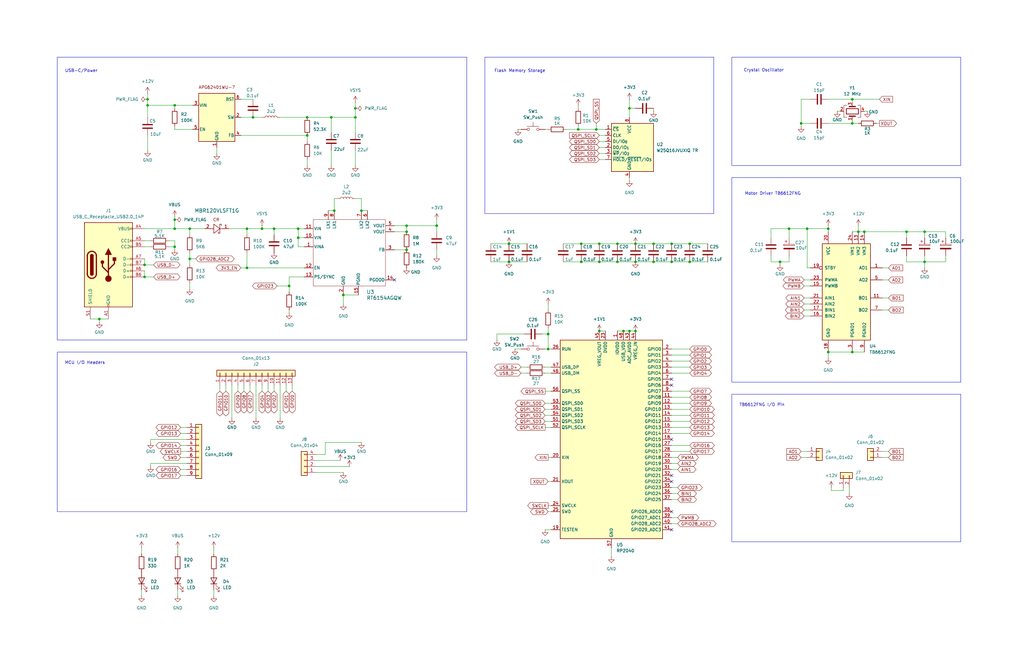
<source format=kicad_sch>
(kicad_sch (version 20250114) (generator "eeschema") (generator_version "9.0")
  (paper "User" 431.8 279.4)
  (title_block (title "Rukus Remote-Controlled Module"))
  (rectangle (start 308.61 24.13) (end 405.13 69.85))
  (rectangle (start 24.13 24.13) (end 196.85 143.51))
  (rectangle (start 24.13 148.59) (end 196.85 215.9))
  (rectangle (start 308.61 74.93) (end 405.13 161.29))
  (rectangle (start 308.61 166.37) (end 405.13 228.6))
  (rectangle (start 204.47 24.13) (end 300.99 90.17))
  (text "USB-C/Power\n" (at 34.29 29.972 0) (effects (font (size 1.27 1.27))))
  (text "Flash Memory Storage\n" (at 219.202 29.972 0) (effects (font (size 1.27 1.27))))
  (text "Motor Driver TB6612FNG" (at 325.882 81.788 0) (effects (font (size 1.27 1.27))))
  (text "Crystal Oscillator" (at 322.072 29.718 0) (effects (font (size 1.27 1.27))))
  (text "TB6612FNG I/O Pin" (at 321.31 170.942 0) (effects (font (size 1.27 1.27))))
  (text "MCU I/O Headers\n" (at 35.814 153.162 0) (effects (font (size 1.27 1.27))))
  (junction (at 129.54 49.53))
  (junction (at 243.84 54.61))
  (junction (at 73.66 96.52))
  (junction (at 275.59 102.87))
  (junction (at 104.14 96.52))
  (junction (at 252.73 139.7))
  (junction (at 41.91 134.62))
  (junction (at 184.15 95.25))
  (junction (at 171.45 105.41))
  (junction (at 106.68 49.53))
  (junction (at 214.63 102.87))
  (junction (at 245.11 102.87))
  (junction (at 245.11 110.49))
  (junction (at 125.73 96.52))
  (junction (at 337.82 52.07))
  (junction (at 290.83 102.87))
  (junction (at 349.25 148.59))
  (junction (at 361.95 97.79))
  (junction (at 389.89 110.49))
  (junction (at 328.93 110.49))
  (junction (at 231.14 147.32))
  (junction (at 80.01 109.22))
  (junction (at 389.89 97.79))
  (junction (at 290.83 110.49))
  (junction (at 73.66 92.71))
  (junction (at 359.41 52.07))
  (junction (at 60.96 116.84))
  (junction (at 73.66 104.14))
  (junction (at 171.45 95.25))
  (junction (at 267.97 110.49))
  (junction (at 359.41 41.91))
  (junction (at 171.45 97.79))
  (junction (at 267.97 139.7))
  (junction (at 262.89 139.7))
  (junction (at 252.73 110.49))
  (junction (at 110.49 96.52))
  (junction (at 152.4 88.9))
  (junction (at 260.35 110.49))
  (junction (at 144.78 124.46))
  (junction (at 275.59 110.49))
  (junction (at 265.43 45.72))
  (junction (at 364.49 97.79))
  (junction (at 283.21 102.87))
  (junction (at 139.7 49.53))
  (junction (at 73.66 44.45))
  (junction (at 125.73 100.33))
  (junction (at 80.01 96.52))
  (junction (at 140.97 88.9))
  (junction (at 359.41 148.59))
  (junction (at 382.27 97.79))
  (junction (at 340.36 96.52))
  (junction (at 332.74 96.52))
  (junction (at 231.14 140.97))
  (junction (at 267.97 102.87))
  (junction (at 252.73 102.87))
  (junction (at 60.96 111.76))
  (junction (at 62.23 41.91))
  (junction (at 251.46 54.61))
  (junction (at 129.54 57.15))
  (junction (at 62.23 44.45))
  (junction (at 260.35 102.87))
  (junction (at 121.92 120.65))
  (junction (at 149.86 49.53))
  (junction (at 149.86 45.72))
  (junction (at 214.63 110.49))
  (junction (at 265.43 139.7))
  (junction (at 115.57 96.52))
  (junction (at 104.14 113.03))
  (junction (at 349.25 96.52))
  (junction (at 283.21 110.49))
  (no_connect (at 283.21 200.66))
  (no_connect (at 283.21 185.42))
  (no_connect (at 283.21 223.52))
  (no_connect (at 166.37 118.11))
  (no_connect (at 283.21 160.02))
  (no_connect (at 283.21 203.2))
  (no_connect (at 283.21 162.56))
  (no_connect (at 283.21 215.9))
  (wire (pts (xy 332.74 96.52) (xy 332.74 100.33)))
  (wire (pts (xy 341.63 120.65) (xy 339.09 120.65)))
  (wire (pts (xy 231.14 147.32) (xy 232.41 147.32)))
  (wire (pts (xy 74.93 231.14) (xy 74.93 233.68)))
  (wire (pts (xy 90.17 231.14) (xy 90.17 233.68)))
  (wire (pts (xy 71.12 104.14) (xy 73.66 104.14)))
  (wire (pts (xy 283.21 180.34) (xy 290.83 180.34)))
  (wire (pts (xy 118.11 176.53) (xy 118.11 162.56)))
  (wire (pts (xy 229.87 157.48) (xy 232.41 157.48)))
  (wire (pts (xy 260.35 102.87) (xy 267.97 102.87)))
  (wire (pts (xy 350.52 207.01) (xy 355.6 207.01)))
  (wire (pts (xy 349.25 95.25) (xy 349.25 96.52)))
  (wire (pts (xy 184.15 95.25) (xy 171.45 95.25)))
  (wire (pts (xy 231.14 193.04) (xy 232.41 193.04)))
  (wire (pts (xy 144.78 199.39) (xy 133.35 199.39)))
  (wire (pts (xy 219.71 154.94) (xy 222.25 154.94)))
  (wire (pts (xy 285.75 193.04) (xy 283.21 193.04)))
  (wire (pts (xy 283.21 110.49) (xy 290.83 110.49)))
  (wire (pts (xy 369.57 52.07) (xy 370.84 52.07)))
  (wire (pts (xy 285.75 208.28) (xy 283.21 208.28)))
  (wire (pts (xy 285.75 220.98) (xy 283.21 220.98)))
  (wire (pts (xy 60.96 96.52) (xy 73.66 96.52)))
  (wire (pts (xy 60.96 104.14) (xy 63.5 104.14)))
  (wire (pts (xy 349.25 41.91) (xy 359.41 41.91)))
  (wire (pts (xy 104.14 96.52) (xy 110.49 96.52)))
  (wire (pts (xy 60.96 109.22) (xy 60.96 111.76)))
  (wire (pts (xy 290.83 157.48) (xy 283.21 157.48)))
  (wire (pts (xy 257.81 231.14) (xy 257.81 234.95)))
  (wire (pts (xy 231.14 213.36) (xy 232.41 213.36)))
  (wire (pts (xy 265.43 41.91) (xy 265.43 45.72)))
  (wire (pts (xy 283.21 190.5) (xy 290.83 190.5)))
  (wire (pts (xy 73.66 104.14) (xy 73.66 105.41)))
  (wire (pts (xy 80.01 96.52) (xy 80.01 99.06)))
  (wire (pts (xy 332.74 110.49) (xy 328.93 110.49)))
  (wire (pts (xy 355.6 207.01) (xy 355.6 205.74)))
  (wire (pts (xy 252.73 110.49) (xy 260.35 110.49)))
  (wire (pts (xy 171.45 95.25) (xy 171.45 97.79)))
  (wire (pts (xy 374.65 113.03) (xy 372.11 113.03)))
  (wire (pts (xy 262.89 139.7) (xy 265.43 139.7)))
  (wire (pts (xy 267.97 102.87) (xy 275.59 102.87)))
  (wire (pts (xy 118.11 49.53) (xy 129.54 49.53)))
  (wire (pts (xy 283.21 177.8) (xy 290.83 177.8)))
  (wire (pts (xy 62.23 39.37) (xy 62.23 41.91)))
  (wire (pts (xy 332.74 96.52) (xy 340.36 96.52)))
  (wire (pts (xy 237.49 102.87) (xy 245.11 102.87)))
  (wire (pts (xy 104.14 99.06) (xy 104.14 96.52)))
  (wire (pts (xy 125.73 104.14) (xy 125.73 100.33)))
  (wire (pts (xy 41.91 134.62) (xy 45.72 134.62)))
  (wire (pts (xy 60.96 101.6) (xy 63.5 101.6)))
  (wire (pts (xy 104.14 106.68) (xy 104.14 113.03)))
  (wire (pts (xy 138.43 88.9) (xy 140.97 88.9)))
  (wire (pts (xy 267.97 110.49) (xy 275.59 110.49)))
  (wire (pts (xy 275.59 110.49) (xy 283.21 110.49)))
  (wire (pts (xy 219.71 157.48) (xy 222.25 157.48)))
  (wire (pts (xy 110.49 165.1) (xy 110.49 162.56)))
  (wire (pts (xy 74.93 251.46) (xy 74.93 248.92)))
  (wire (pts (xy 96.52 96.52) (xy 104.14 96.52)))
  (wire (pts (xy 374.65 130.81) (xy 372.11 130.81)))
  (wire (pts (xy 76.2 187.96) (xy 78.74 187.96)))
  (wire (pts (xy 325.12 107.95) (xy 325.12 110.49)))
  (wire (pts (xy 382.27 97.79) (xy 389.89 97.79)))
  (wire (pts (xy 337.82 52.07) (xy 337.82 53.34)))
  (wire (pts (xy 349.25 96.52) (xy 349.25 97.79)))
  (wire (pts (xy 73.66 44.45) (xy 81.28 44.45)))
  (wire (pts (xy 229.87 172.72) (xy 232.41 172.72)))
  (wire (pts (xy 76.2 193.04) (xy 78.74 193.04)))
  (wire (pts (xy 359.41 41.91) (xy 370.84 41.91)))
  (wire (pts (xy 107.95 176.53) (xy 107.95 162.56)))
  (wire (pts (xy 350.52 205.74) (xy 350.52 207.01)))
  (wire (pts (xy 214.63 110.49) (xy 222.25 110.49)))
  (wire (pts (xy 100.33 165.1) (xy 100.33 162.56)))
  (wire (pts (xy 62.23 49.53) (xy 62.23 44.45)))
  (wire (pts (xy 283.21 170.18) (xy 290.83 170.18)))
  (wire (pts (xy 290.83 110.49) (xy 298.45 110.49)))
  (wire (pts (xy 128.27 100.33) (xy 125.73 100.33)))
  (wire (pts (xy 144.78 128.27) (xy 144.78 124.46)))
  (wire (pts (xy 353.06 46.99) (xy 354.33 46.99)))
  (wire (pts (xy 121.92 116.84) (xy 121.92 120.65)))
  (wire (pts (xy 80.01 96.52) (xy 86.36 96.52)))
  (wire (pts (xy 337.82 41.91) (xy 337.82 52.07)))
  (wire (pts (xy 361.95 97.79) (xy 364.49 97.79)))
  (wire (pts (xy 139.7 55.88) (xy 139.7 49.53)))
  (wire (pts (xy 166.37 105.41) (xy 171.45 105.41)))
  (wire (pts (xy 60.96 111.76) (xy 64.77 111.76)))
  (wire (pts (xy 382.27 100.33) (xy 382.27 97.79)))
  (wire (pts (xy 231.14 215.9) (xy 232.41 215.9)))
  (wire (pts (xy 149.86 43.18) (xy 149.86 45.72)))
  (wire (pts (xy 364.49 46.99) (xy 365.76 46.99)))
  (wire (pts (xy 76.2 198.12) (xy 78.74 198.12)))
  (wire (pts (xy 252.73 57.15) (xy 255.27 57.15)))
  (wire (pts (xy 359.41 97.79) (xy 361.95 97.79)))
  (wire (pts (xy 115.57 165.1) (xy 115.57 162.56)))
  (wire (pts (xy 332.74 107.95) (xy 332.74 110.49)))
  (wire (pts (xy 389.89 100.33) (xy 389.89 97.79)))
  (wire (pts (xy 285.75 210.82) (xy 283.21 210.82)))
  (wire (pts (xy 389.89 113.03) (xy 389.89 110.49)))
  (wire (pts (xy 374.65 190.5) (xy 372.11 190.5)))
  (wire (pts (xy 231.14 140.97) (xy 231.14 147.32)))
  (wire (pts (xy 116.84 120.65) (xy 121.92 120.65)))
  (wire (pts (xy 101.6 57.15) (xy 129.54 57.15)))
  (wire (pts (xy 149.86 83.82) (xy 152.4 83.82)))
  (wire (pts (xy 337.82 193.04) (xy 340.36 193.04)))
  (wire (pts (xy 328.93 110.49) (xy 325.12 110.49)))
  (wire (pts (xy 265.43 139.7) (xy 267.97 139.7)))
  (wire (pts (xy 243.84 44.45) (xy 243.84 45.72)))
  (wire (pts (xy 80.01 109.22) (xy 82.55 109.22)))
  (wire (pts (xy 359.41 52.07) (xy 359.41 50.8)))
  (wire (pts (xy 129.54 59.69) (xy 129.54 57.15)))
  (wire (pts (xy 231.14 130.81) (xy 231.14 128.27)))
  (wire (pts (xy 260.35 110.49) (xy 267.97 110.49)))
  (wire (pts (xy 121.92 120.65) (xy 121.92 123.19)))
  (wire (pts (xy 359.41 52.07) (xy 361.95 52.07)))
  (wire (pts (xy 398.78 110.49) (xy 389.89 110.49)))
  (wire (pts (xy 184.15 107.95) (xy 184.15 105.41)))
  (wire (pts (xy 209.55 140.97) (xy 220.98 140.97)))
  (wire (pts (xy 149.86 49.53) (xy 139.7 49.53)))
  (wire (pts (xy 60.96 114.3) (xy 60.96 116.84)))
  (wire (pts (xy 231.14 138.43) (xy 231.14 140.97)))
  (wire (pts (xy 106.68 49.53) (xy 101.6 49.53)))
  (wire (pts (xy 243.84 54.61) (xy 251.46 54.61)))
  (wire (pts (xy 149.86 55.88) (xy 149.86 49.53)))
  (wire (pts (xy 120.65 165.1) (xy 120.65 162.56)))
  (wire (pts (xy 73.66 92.71) (xy 73.66 96.52)))
  (wire (pts (xy 359.41 148.59) (xy 364.49 148.59)))
  (wire (pts (xy 106.68 49.53) (xy 110.49 49.53)))
  (wire (pts (xy 237.49 110.49) (xy 245.11 110.49)))
  (wire (pts (xy 128.27 116.84) (xy 121.92 116.84)))
  (wire (pts (xy 260.35 139.7) (xy 262.89 139.7)))
  (wire (pts (xy 62.23 41.91) (xy 62.23 44.45)))
  (wire (pts (xy 62.23 63.5) (xy 62.23 57.15)))
  (wire (pts (xy 73.66 53.34) (xy 73.66 54.61)))
  (wire (pts (xy 207.01 102.87) (xy 214.63 102.87)))
  (wire (pts (xy 265.43 74.93) (xy 265.43 76.2)))
  (wire (pts (xy 290.83 154.94) (xy 283.21 154.94)))
  (wire (pts (xy 389.89 110.49) (xy 382.27 110.49)))
  (wire (pts (xy 252.73 102.87) (xy 260.35 102.87)))
  (wire (pts (xy 275.59 46.99) (xy 275.59 45.72)))
  (wire (pts (xy 41.91 135.89) (xy 41.91 134.62)))
  (wire (pts (xy 149.86 63.5) (xy 149.86 69.85)))
  (wire (pts (xy 62.23 44.45) (xy 73.66 44.45)))
  (wire (pts (xy 128.27 104.14) (xy 125.73 104.14)))
  (wire (pts (xy 349.25 151.13) (xy 349.25 148.59)))
  (wire (pts (xy 229.87 165.1) (xy 232.41 165.1)))
  (wire (pts (xy 283.21 182.88) (xy 290.83 182.88)))
  (wire (pts (xy 110.49 96.52) (xy 115.57 96.52)))
  (wire (pts (xy 285.75 205.74) (xy 283.21 205.74)))
  (wire (pts (xy 59.69 231.14) (xy 59.69 233.68)))
  (wire (pts (xy 97.79 176.53) (xy 97.79 162.56)))
  (wire (pts (xy 229.87 147.32) (xy 231.14 147.32)))
  (wire (pts (xy 229.87 175.26) (xy 232.41 175.26)))
  (wire (pts (xy 252.73 59.69) (xy 255.27 59.69)))
  (wire (pts (xy 285.75 218.44) (xy 283.21 218.44)))
  (wire (pts (xy 166.37 95.25) (xy 171.45 95.25)))
  (wire (pts (xy 207.01 110.49) (xy 214.63 110.49)))
  (wire (pts (xy 283.21 165.1) (xy 290.83 165.1)))
  (wire (pts (xy 252.73 139.7) (xy 255.27 139.7)))
  (wire (pts (xy 38.1 134.62) (xy 41.91 134.62)))
  (wire (pts (xy 382.27 97.79) (xy 364.49 97.79)))
  (wire (pts (xy 389.89 110.49) (xy 389.89 107.95)))
  (wire (pts (xy 328.93 111.76) (xy 328.93 110.49)))
  (wire (pts (xy 73.66 96.52) (xy 80.01 96.52)))
  (wire (pts (xy 398.78 107.95) (xy 398.78 110.49)))
  (wire (pts (xy 209.55 140.97) (xy 209.55 143.51)))
  (wire (pts (xy 139.7 63.5) (xy 139.7 69.85)))
  (wire (pts (xy 229.87 154.94) (xy 232.41 154.94)))
  (wire (pts (xy 144.78 124.46) (xy 151.13 124.46)))
  (wire (pts (xy 290.83 152.4) (xy 283.21 152.4)))
  (wire (pts (xy 101.6 113.03) (xy 104.14 113.03)))
  (wire (pts (xy 283.21 172.72) (xy 290.83 172.72)))
  (wire (pts (xy 63.5 195.58) (xy 78.74 195.58)))
  (wire (pts (xy 340.36 113.03) (xy 341.63 113.03)))
  (wire (pts (xy 229.87 180.34) (xy 232.41 180.34)))
  (wire (pts (xy 73.66 91.44) (xy 73.66 92.71)))
  (wire (pts (xy 152.4 83.82) (xy 152.4 88.9)))
  (wire (pts (xy 80.01 106.68) (xy 80.01 109.22)))
  (wire (pts (xy 63.5 185.42) (xy 63.5 186.69)))
  (wire (pts (xy 283.21 102.87) (xy 290.83 102.87)))
  (wire (pts (xy 251.46 52.07) (xy 251.46 54.61)))
  (wire (pts (xy 374.65 118.11) (xy 372.11 118.11)))
  (wire (pts (xy 290.83 147.32) (xy 283.21 147.32)))
  (wire (pts (xy 59.69 251.46) (xy 59.69 248.92)))
  (wire (pts (xy 341.63 118.11) (xy 339.09 118.11)))
  (wire (pts (xy 76.2 182.88) (xy 78.74 182.88)))
  (wire (pts (xy 123.19 165.1) (xy 123.19 162.56)))
  (wire (pts (xy 337.82 190.5) (xy 340.36 190.5)))
  (wire (pts (xy 275.59 102.87) (xy 283.21 102.87)))
  (wire (pts (xy 76.2 190.5) (xy 78.74 190.5)))
  (wire (pts (xy 252.73 67.31) (xy 255.27 67.31)))
  (wire (pts (xy 71.12 101.6) (xy 73.66 101.6)))
  (wire (pts (xy 382.27 107.95) (xy 382.27 110.49)))
  (wire (pts (xy 63.5 195.58) (xy 63.5 196.85)))
  (wire (pts (xy 228.6 140.97) (xy 231.14 140.97)))
  (wire (pts (xy 358.14 208.28) (xy 358.14 205.74)))
  (wire (pts (xy 361.95 95.25) (xy 361.95 97.79)))
  (wire (pts (xy 140.97 83.82) (xy 140.97 88.9)))
  (wire (pts (xy 152.4 186.69) (xy 137.16 186.69)))
  (wire (pts (xy 283.21 167.64) (xy 290.83 167.64)))
  (wire (pts (xy 341.63 128.27) (xy 339.09 128.27)))
  (wire (pts (xy 340.36 113.03) (xy 340.36 96.52)))
  (wire (pts (xy 90.17 251.46) (xy 90.17 248.92)))
  (wire (pts (xy 73.66 101.6) (xy 73.66 104.14)))
  (wire (pts (xy 325.12 96.52) (xy 332.74 96.52)))
  (wire (pts (xy 184.15 92.71) (xy 184.15 95.25)))
  (wire (pts (xy 267.97 45.72) (xy 265.43 45.72)))
  (wire (pts (xy 341.63 133.35) (xy 339.09 133.35)))
  (wire (pts (xy 374.65 125.73) (xy 372.11 125.73)))
  (wire (pts (xy 252.73 64.77) (xy 255.27 64.77)))
  (wire (pts (xy 95.25 165.1) (xy 95.25 162.56)))
  (wire (pts (xy 110.49 95.25) (xy 110.49 96.52)))
  (wire (pts (xy 252.73 62.23) (xy 255.27 62.23)))
  (wire (pts (xy 349.25 52.07) (xy 359.41 52.07)))
  (wire (pts (xy 105.41 165.1) (xy 105.41 162.56)))
  (wire (pts (xy 63.5 185.42) (xy 78.74 185.42)))
  (wire (pts (xy 106.68 41.91) (xy 101.6 41.91)))
  (wire (pts (xy 129.54 69.85) (xy 129.54 67.31)))
  (wire (pts (xy 147.32 196.85) (xy 133.35 196.85)))
  (wire (pts (xy 143.51 194.31) (xy 133.35 194.31)))
  (wire (pts (xy 243.84 53.34) (xy 243.84 54.61)))
  (wire (pts (xy 231.14 203.2) (xy 232.41 203.2)))
  (wire (pts (xy 341.63 125.73) (xy 339.09 125.73)))
  (wire (pts (xy 229.87 177.8) (xy 232.41 177.8)))
  (wire (pts (xy 115.57 99.06) (xy 115.57 96.52)))
  (wire (pts (xy 115.57 96.52) (xy 125.73 96.52)))
  (wire (pts (xy 137.16 191.77) (xy 133.35 191.77)))
  (wire (pts (xy 152.4 88.9) (xy 154.94 88.9)))
  (wire (pts (xy 102.87 165.1) (xy 102.87 162.56)))
  (wire (pts (xy 325.12 100.33) (xy 325.12 96.52)))
  (wire (pts (xy 341.63 52.07) (xy 337.82 52.07)))
  (wire (pts (xy 229.87 170.18) (xy 232.41 170.18)))
  (wire (pts (xy 340.36 96.52) (xy 349.25 96.52)))
  (wire (pts (xy 60.96 116.84) (xy 64.77 116.84)))
  (wire (pts (xy 245.11 110.49) (xy 252.73 110.49)))
  (wire (pts (xy 341.63 130.81) (xy 339.09 130.81)))
  (wire (pts (xy 349.25 148.59) (xy 359.41 148.59)))
  (wire (pts (xy 142.24 83.82) (xy 140.97 83.82)))
  (wire (pts (xy 113.03 165.1) (xy 113.03 162.56)))
  (wire (pts (xy 398.78 97.79) (xy 389.89 97.79)))
  (wire (pts (xy 149.86 45.72) (xy 149.86 49.53)))
  (wire (pts (xy 80.01 121.92) (xy 80.01 119.38)))
  (wire (pts (xy 104.14 113.03) (xy 128.27 113.03)))
  (wire (pts (xy 229.87 54.61) (xy 231.14 54.61)))
  (wire (pts (xy 251.46 54.61) (xy 255.27 54.61)))
  (wire (pts (xy 92.71 165.1) (xy 92.71 162.56)))
  (wire (pts (xy 374.65 193.04) (xy 372.11 193.04)))
  (wire (pts (xy 290.83 102.87) (xy 298.45 102.87)))
  (wire (pts (xy 290.83 149.86) (xy 283.21 149.86)))
  (wire (pts (xy 285.75 195.58) (xy 283.21 195.58)))
  (wire (pts (xy 80.01 109.22) (xy 80.01 111.76)))
  (wire (pts (xy 359.41 41.91) (xy 359.41 43.18)))
  (wire (pts (xy 73.66 44.45) (xy 73.66 45.72)))
  (wire (pts (xy 166.37 97.79) (xy 171.45 97.79)))
  (wire (pts (xy 91.44 62.23) (xy 91.44 64.77)))
  (wire (pts (xy 137.16 186.69) (xy 137.16 191.77)))
  (wire (pts (xy 283.21 187.96) (xy 290.83 187.96)))
  (wire (pts (xy 238.76 54.61) (xy 243.84 54.61)))
  (wire (pts (xy 73.66 54.61) (xy 81.28 54.61)))
  (wire (pts (xy 184.15 97.79) (xy 184.15 95.25)))
  (wire (pts (xy 214.63 102.87) (xy 222.25 102.87)))
  (wire (pts (xy 121.92 132.08) (xy 121.92 130.81)))
  (wire (pts (xy 76.2 180.34) (xy 78.74 180.34)))
  (wire (pts (xy 341.63 41.91) (xy 337.82 41.91)))
  (wire (pts (xy 283.21 175.26) (xy 290.83 175.26)))
  (wire (pts (xy 245.11 102.87) (xy 252.73 102.87)))
  (wire (pts (xy 229.87 223.52) (xy 232.41 223.52)))
  (wire (pts (xy 76.2 200.66) (xy 78.74 200.66)))
  (wire (pts (xy 125.73 100.33) (xy 125.73 96.52)))
  (wire (pts (xy 217.17 147.32) (xy 219.71 147.32)))
  (wire (pts (xy 125.73 96.52) (xy 128.27 96.52)))
  (wire (pts (xy 285.75 198.12) (xy 283.21 198.12)))
  (wire (pts (xy 398.78 100.33) (xy 398.78 97.79)))
  (wire (pts (xy 265.43 45.72) (xy 265.43 49.53)))
  (wire (pts (xy 129.54 49.53) (xy 139.7 49.53)))
  (wire (pts (xy 218.44 54.61) (xy 219.71 54.61)))
  (global_label "SWCLK" (shape output) (at 231.14 213.36 180) (property "Intersheetrefs" "${INTERSHEET_REFS}" (effects (hide yes))))
  (global_label "GPIO0" (shape bidirectional) (at 123.19 165.1 270) (property "Intersheetrefs" "${INTERSHEET_REFS}" (effects (hide yes))))
  (global_label "GPIO13" (shape bidirectional) (at 290.83 180.34 0) (property "Intersheetrefs" "${INTERSHEET_REFS}" (effects (hide yes))))
  (global_label "SWD" (shape bidirectional) (at 76.2 193.04 180) (property "Intersheetrefs" "${INTERSHEET_REFS}" (effects (hide yes))))
  (global_label "GPIO1" (shape bidirectional) (at 290.83 149.86 0) (property "Intersheetrefs" "${INTERSHEET_REFS}" (effects (hide yes))))
  (global_label "USB_D+" (shape bidirectional) (at 219.71 154.94 180) (property "Intersheetrefs" "${INTERSHEET_REFS}" (effects (hide yes))))
  (global_label "GPIO12" (shape bidirectional) (at 76.2 180.34 180) (property "Intersheetrefs" "${INTERSHEET_REFS}" (effects (hide yes))))
  (global_label "GPIO16" (shape bidirectional) (at 290.83 187.96 0) (property "Intersheetrefs" "${INTERSHEET_REFS}" (effects (hide yes))))
  (global_label "USB_D+" (shape bidirectional) (at 64.77 116.84 0) (property "Intersheetrefs" "${INTERSHEET_REFS}" (effects (hide yes))))
  (global_label "GPIO4" (shape bidirectional) (at 110.49 165.1 270) (property "Intersheetrefs" "${INTERSHEET_REFS}" (effects (hide yes))))
  (global_label "QSPI_SD1" (shape bidirectional) (at 252.73 62.23 180) (property "Intersheetrefs" "${INTERSHEET_REFS}" (effects (hide yes))))
  (global_label "GPIO17" (shape bidirectional) (at 290.83 190.5 0) (property "Intersheetrefs" "${INTERSHEET_REFS}" (effects (hide yes))))
  (global_label "BIN1" (shape bidirectional) (at 339.09 130.81 180) (property "Intersheetrefs" "${INTERSHEET_REFS}" (effects (hide yes))))
  (global_label "AIN1" (shape bidirectional) (at 339.09 125.73 180) (property "Intersheetrefs" "${INTERSHEET_REFS}" (effects (hide yes))))
  (global_label "GPIO11" (shape bidirectional) (at 290.83 175.26 0) (property "Intersheetrefs" "${INTERSHEET_REFS}" (effects (hide yes))))
  (global_label "GPIO16" (shape bidirectional) (at 76.2 198.12 180) (property "Intersheetrefs" "${INTERSHEET_REFS}" (effects (hide yes))))
  (global_label "GPIO9" (shape bidirectional) (at 100.33 165.1 270) (property "Intersheetrefs" "${INTERSHEET_REFS}" (effects (hide yes))))
  (global_label "GPIO1" (shape bidirectional) (at 120.65 165.1 270) (property "Intersheetrefs" "${INTERSHEET_REFS}" (effects (hide yes))))
  (global_label "GPIO17" (shape bidirectional) (at 76.2 200.66 180) (property "Intersheetrefs" "${INTERSHEET_REFS}" (effects (hide yes))))
  (global_label "PWMB" (shape bidirectional) (at 285.75 218.44 0) (property "Intersheetrefs" "${INTERSHEET_REFS}" (effects (hide yes))))
  (global_label "GPIO12" (shape bidirectional) (at 290.83 177.8 0) (property "Intersheetrefs" "${INTERSHEET_REFS}" (effects (hide yes))))
  (global_label "3V3_EN" (shape bidirectional) (at 101.6 113.03 180) (property "Intersheetrefs" "${INTERSHEET_REFS}" (effects (hide yes))))
  (global_label "SWD" (shape bidirectional) (at 231.14 215.9 180) (property "Intersheetrefs" "${INTERSHEET_REFS}" (effects (hide yes))))
  (global_label "AIN2" (shape bidirectional) (at 285.75 195.58 0) (property "Intersheetrefs" "${INTERSHEET_REFS}" (effects (hide yes))))
  (global_label "AO1" (shape input) (at 374.65 113.03 0) (property "Intersheetrefs" "${INTERSHEET_REFS}" (effects (hide yes))))
  (global_label "BO1" (shape input) (at 374.65 125.73 0) (property "Intersheetrefs" "${INTERSHEET_REFS}" (effects (hide yes))))
  (global_label "BO1" (shape input) (at 374.65 190.5 0) (property "Intersheetrefs" "${INTERSHEET_REFS}" (effects (hide yes))))
  (global_label "XIN" (shape output) (at 231.14 193.04 180) (property "Intersheetrefs" "${INTERSHEET_REFS}" (effects (hide yes))))
  (global_label "USB_D-" (shape bidirectional) (at 64.77 111.76 0) (property "Intersheetrefs" "${INTERSHEET_REFS}" (effects (hide yes))))
  (global_label "GPIO13" (shape bidirectional) (at 76.2 182.88 180) (property "Intersheetrefs" "${INTERSHEET_REFS}" (effects (hide yes))))
  (global_label "GPIO8" (shape bidirectional) (at 102.87 165.1 270) (property "Intersheetrefs" "${INTERSHEET_REFS}" (effects (hide yes))))
  (global_label "QSPI_SS" (shape input) (at 251.46 52.07 90) (property "Intersheetrefs" "${INTERSHEET_REFS}" (effects (hide yes))))
  (global_label "GPIO10" (shape bidirectional) (at 290.83 172.72 0) (property "Intersheetrefs" "${INTERSHEET_REFS}" (effects (hide yes))))
  (global_label "SWCLK" (shape output) (at 76.2 190.5 180) (property "Intersheetrefs" "${INTERSHEET_REFS}" (effects (hide yes))))
  (global_label "QSPI_SD2" (shape bidirectional) (at 229.87 175.26 180) (property "Intersheetrefs" "${INTERSHEET_REFS}" (effects (hide yes))))
  (global_label "QSPI_SCLK" (shape input) (at 252.73 57.15 180) (property "Intersheetrefs" "${INTERSHEET_REFS}" (effects (hide yes))))
  (global_label "GPIO11" (shape bidirectional) (at 92.71 165.1 270) (property "Intersheetrefs" "${INTERSHEET_REFS}" (effects (hide yes))))
  (global_label "GPIO14" (shape bidirectional) (at 290.83 182.88 0) (property "Intersheetrefs" "${INTERSHEET_REFS}" (effects (hide yes))))
  (global_label "QSPI_SD3" (shape bidirectional) (at 229.87 177.8 180) (property "Intersheetrefs" "${INTERSHEET_REFS}" (effects (hide yes))))
  (global_label "GPIO0" (shape bidirectional) (at 290.83 147.32 0) (property "Intersheetrefs" "${INTERSHEET_REFS}" (effects (hide yes))))
  (global_label "GPIO7" (shape bidirectional) (at 290.83 165.1 0) (property "Intersheetrefs" "${INTERSHEET_REFS}" (effects (hide yes))))
  (global_label "GPIO7" (shape bidirectional) (at 105.41 165.1 270) (property "Intersheetrefs" "${INTERSHEET_REFS}" (effects (hide yes))))
  (global_label "GPIO14" (shape bidirectional) (at 76.2 187.96 180) (property "Intersheetrefs" "${INTERSHEET_REFS}" (effects (hide yes))))
  (global_label "GPIO28_ADC2" (shape bidirectional) (at 82.55 109.22 0) (property "Intersheetrefs" "${INTERSHEET_REFS}" (effects (hide yes))))
  (global_label "GPIO3" (shape bidirectional) (at 113.03 165.1 270) (property "Intersheetrefs" "${INTERSHEET_REFS}" (effects (hide yes))))
  (global_label "AO2" (shape input) (at 337.82 193.04 180) (property "Intersheetrefs" "${INTERSHEET_REFS}" (effects (hide yes))))
  (global_label "PWMA" (shape bidirectional) (at 339.09 118.11 180) (property "Intersheetrefs" "${INTERSHEET_REFS}" (effects (hide yes))))
  (global_label "QSPI_SD3" (shape bidirectional) (at 252.73 67.31 180) (property "Intersheetrefs" "${INTERSHEET_REFS}" (effects (hide yes))))
  (global_label "BO2" (shape input) (at 374.65 193.04 0) (property "Intersheetrefs" "${INTERSHEET_REFS}" (effects (hide yes))))
  (global_label "USB_D-" (shape bidirectional) (at 219.71 157.48 180) (property "Intersheetrefs" "${INTERSHEET_REFS}" (effects (hide yes))))
  (global_label "QSPI_SD0" (shape bidirectional) (at 229.87 170.18 180) (property "Intersheetrefs" "${INTERSHEET_REFS}" (effects (hide yes))))
  (global_label "PWMB" (shape bidirectional) (at 339.09 120.65 180) (property "Intersheetrefs" "${INTERSHEET_REFS}" (effects (hide yes))))
  (global_label "PWMA" (shape bidirectional) (at 285.75 193.04 0) (property "Intersheetrefs" "${INTERSHEET_REFS}" (effects (hide yes))))
  (global_label "BIN2" (shape bidirectional) (at 339.09 133.35 180) (property "Intersheetrefs" "${INTERSHEET_REFS}" (effects (hide yes))))
  (global_label "GPIO28_ADC2" (shape bidirectional) (at 285.75 220.98 0) (property "Intersheetrefs" "${INTERSHEET_REFS}" (effects (hide yes))))
  (global_label "GPIO8" (shape bidirectional) (at 290.83 167.64 0) (property "Intersheetrefs" "${INTERSHEET_REFS}" (effects (hide yes))))
  (global_label "AO2" (shape input) (at 374.65 118.11 0) (property "Intersheetrefs" "${INTERSHEET_REFS}" (effects (hide yes))))
  (global_label "GPIO2" (shape bidirectional) (at 290.83 152.4 0) (property "Intersheetrefs" "${INTERSHEET_REFS}" (effects (hide yes))))
  (global_label "XOUT" (shape output) (at 370.84 52.07 0) (property "Intersheetrefs" "${INTERSHEET_REFS}" (effects (hide yes))))
  (global_label "GPIO9" (shape bidirectional) (at 290.83 170.18 0) (property "Intersheetrefs" "${INTERSHEET_REFS}" (effects (hide yes))))
  (global_label "GPIO4" (shape bidirectional) (at 290.83 157.48 0) (property "Intersheetrefs" "${INTERSHEET_REFS}" (effects (hide yes))))
  (global_label "AIN1" (shape bidirectional) (at 285.75 198.12 0) (property "Intersheetrefs" "${INTERSHEET_REFS}" (effects (hide yes))))
  (global_label "BO2" (shape input) (at 374.65 130.81 0) (property "Intersheetrefs" "${INTERSHEET_REFS}" (effects (hide yes))))
  (global_label "GPIO23" (shape bidirectional) (at 285.75 205.74 0) (property "Intersheetrefs" "${INTERSHEET_REFS}" (effects (hide yes))))
  (global_label "QSPI_SD2" (shape bidirectional) (at 252.73 64.77 180) (property "Intersheetrefs" "${INTERSHEET_REFS}" (effects (hide yes))))
  (global_label "XIN" (shape input) (at 370.84 41.91 0) (property "Intersheetrefs" "${INTERSHEET_REFS}" (effects (hide yes))))
  (global_label "AIN2" (shape bidirectional) (at 339.09 128.27 180) (property "Intersheetrefs" "${INTERSHEET_REFS}" (effects (hide yes))))
  (global_label "GPIO10" (shape bidirectional) (at 95.25 165.1 270) (property "Intersheetrefs" "${INTERSHEET_REFS}" (effects (hide yes))))
  (global_label "QSPI_SS" (shape output) (at 229.87 165.1 180) (property "Intersheetrefs" "${INTERSHEET_REFS}" (effects (hide yes))))
  (global_label "QSPI_SCLK" (shape output) (at 229.87 180.34 180) (property "Intersheetrefs" "${INTERSHEET_REFS}" (effects (hide yes))))
  (global_label "QSPI_SD0" (shape bidirectional) (at 252.73 59.69 180) (property "Intersheetrefs" "${INTERSHEET_REFS}" (effects (hide yes))))
  (global_label "GPIO2" (shape bidirectional) (at 115.57 165.1 270) (property "Intersheetrefs" "${INTERSHEET_REFS}" (effects (hide yes))))
  (global_label "AO1" (shape input) (at 337.82 190.5 180) (property "Intersheetrefs" "${INTERSHEET_REFS}" (effects (hide yes))))
  (global_label "BIN2" (shape bidirectional) (at 285.75 210.82 0) (property "Intersheetrefs" "${INTERSHEET_REFS}" (effects (hide yes))))
  (global_label "GPIO3" (shape bidirectional) (at 290.83 154.94 0) (property "Intersheetrefs" "${INTERSHEET_REFS}" (effects (hide yes))))
  (global_label "XOUT" (shape input) (at 231.14 203.2 180) (property "Intersheetrefs" "${INTERSHEET_REFS}" (effects (hide yes))))
  (global_label "BIN1" (shape bidirectional) (at 285.75 208.28 0) (property "Intersheetrefs" "${INTERSHEET_REFS}" (effects (hide yes))))
  (global_label "QSPI_SD1" (shape bidirectional) (at 229.87 172.72 180) (property "Intersheetrefs" "${INTERSHEET_REFS}" (effects (hide yes))))
  (global_label "GPIO23" (shape bidirectional) (at 116.84 120.65 180) (property "Intersheetrefs" "${INTERSHEET_REFS}" (effects (hide yes))))
  (symbol (lib_id "power:+3V3") (at 267.97 102.87 0) (unit 1)
    (property "Reference" "#PWR024" (effects (hide yes)))
    (property "Value" "+3V3" (at 267.97 97.79 0))
    (property "Description" "Power symbol creates a global label with name \"+3V3\"" (effects (hide yes)))
  )
  (symbol (lib_id "Schottky_Diodes:MBR120VLSFT1G") (at 86.36 96.52 0) (unit 1)
    (property "Reference" "1111" (effects (hide yes)))
    (property "Value" "MBR120VLSFT1G" (at 91.44 88.9 0) (effects (font (size 1.524 1.524))))
    (property "Footprint" "RP2040:SDO_SOD-123FL_ONS" (effects (hide yes)))
  )
  (symbol (lib_id "power:GND") (at 353.06 46.99 0) (unit 1)
    (property "Reference" "#PWR06" (effects (hide yes)))
    (property "Value" "GND" (at 353.06 50.546 0))
    (property "Description" "Power symbol creates a global label with name \"GND\" , ground" (effects (hide yes)))
  )
  (symbol (lib_id "power:VBUS") (at 143.51 194.31 0) (unit 1)
    (property "Reference" "#PWR040" (effects (hide yes)))
    (property "Value" "VBUS" (at 143.51 190.5 0))
    (property "Description" "Power symbol creates a global label with name \"VBUS\"" (effects (hide yes)))
  )
  (symbol (lib_id "Driver_Motor:TB6612FNG") (at 356.87 123.19 0) (unit 1)
    (property "Reference" "U4" (at 366.6333 146.05 0) (effects (justify left)))
    (property "Value" "TB6612FNG" (at 366.6333 148.59 0) (effects (justify left)))
    (property "Footprint" "Package_SO:SSOP-24_5.3x8.2mm_P0.65mm" (effects (hide yes)))
    (property "Datasheet" "https://toshiba.semicon-storage.com/us/product/linear/motordriver/detail.TB6612FNG.html" (effects (hide yes)))
    (property "Description" "Driver IC for Dual DC motor, SSOP-24" (effects (hide yes)))
  )
  (symbol (lib_id "power:GND") (at 349.25 151.13 0) (unit 1)
    (property "Reference" "#PWR039" (effects (hide yes)))
    (property "Value" "GND" (at 349.25 156.21 0))
    (property "Description" "Power symbol creates a global label with name \"GND\" , ground" (effects (hide yes)))
  )
  (symbol (lib_id "Device:C") (at 224.79 140.97 90) (unit 1)
    (property "Reference" "C26" (at 224.79 134.874 90))
    (property "Value" "0.1uF" (at 224.79 137.414 90))
    (property "Footprint" "Capacitor_SMD:C_0402_1005Metric" (effects (hide yes)))
    (property "Description" "Unpolarized capacitor" (effects (hide yes)))
  )
  (symbol (lib_id "power:GND") (at 121.92 132.08 0) (unit 1)
    (property "Reference" "#PWR036" (effects (hide yes)))
    (property "Value" "GND" (at 121.92 137.16 0))
    (property "Description" "Power symbol creates a global label with name \"GND\" , ground" (effects (hide yes)))
  )
  (symbol (lib_id "Switch:SW_Push") (at 224.79 147.32 0) (unit 1)
    (property "Reference" "SW2" (at 216.916 143.002 0))
    (property "Value" "SW_Push" (at 216.916 145.542 0))
    (property "Footprint" "Button_Switch_SMD:SW_Push_SPST_NO_Alps_SKRK" (effects (hide yes)))
    (property "Description" "Push button switch, generic, two pins" (effects (hide yes)))
  )
  (symbol (lib_id "power:+12V") (at 62.23 39.37 0) (unit 1)
    (property "Reference" "#PWR02" (effects (hide yes)))
    (property "Value" "+12V" (at 62.23 34.29 0))
    (property "Description" "Power symbol creates a global label with name \"+12V\"" (effects (hide yes)))
  )
  (symbol (lib_id "Memory_Flash:W25Q128JVS") (at 265.43 62.23 0) (unit 1)
    (property "Reference" "U2" (at 276.86 60.9599 0) (effects (justify left)))
    (property "Value" "W25Q16JVUXIQ TR" (at 276.86 63.4999 0) (effects (justify left)))
    (property "Footprint" "Package_SON:Winbond_USON-8-1EP_3x2mm_P0.5mm_EP0.2x1.6mm" (effects (hide yes)))
    (property "Datasheet" "https://www.winbond.com/resource-files/w25q128jv_dtr%20revc%2003272018%20plus.pdf" (effects (hide yes)))
    (property "Description" "128Mbit / 16MiB Serial Flash Memory, Standard/Dual/Quad SPI, 2.7-3.6V, SOIC-8" (effects (hide yes)))
  )
  (symbol (lib_id "power:GND") (at 365.76 46.99 0) (unit 1)
    (property "Reference" "#PWR07" (effects (hide yes)))
    (property "Value" "GND" (at 368.3 47.244 0))
    (property "Description" "Power symbol creates a global label with name \"GND\" , ground" (effects (hide yes)))
  )
  (symbol (lib_id "power:GND") (at 107.95 176.53 0) (unit 1)
    (property "Reference" "#PWR055" (effects (hide yes)))
    (property "Value" "GND" (at 105.918 180.34 0) (effects (justify left)))
    (property "Description" "Power symbol creates a global label with name \"GND\" , ground" (effects (hide yes)))
  )
  (symbol (lib_id "Device:R") (at 231.14 134.62 0) (unit 1)
    (property "Reference" "R15" (at 233.68 133.3499 0) (effects (justify left)))
    (property "Value" "10K" (at 233.68 135.8899 0) (effects (justify left)))
    (property "Footprint" "Resistor_SMD:R_0402_1005Metric" (effects (hide yes)))
    (property "Description" "Resistor" (effects (hide yes)))
  )
  (symbol (lib_id "Device:R") (at 226.06 157.48 90) (unit 1)
    (property "Reference" "R17" (at 226.06 159.766 90))
    (property "Value" "27" (at 226.06 161.798 90))
    (property "Footprint" "Resistor_SMD:R_0402_1005Metric" (effects (hide yes)))
    (property "Description" "Resistor" (effects (hide yes)))
  )
  (symbol (lib_id "power:GND") (at 80.01 121.92 0) (unit 1)
    (property "Reference" "#PWR031" (effects (hide yes)))
    (property "Value" "GND" (at 80.01 127 0))
    (property "Description" "Power symbol creates a global label with name \"GND\" , ground" (effects (hide yes)))
  )
  (symbol (lib_id "Device:C") (at 62.23 53.34 0) (unit 1)
    (property "Reference" "C5" (at 62.992 51.054 0) (effects (justify left)))
    (property "Value" "10uF" (at 63.246 56.642 0) (effects (justify left)))
    (property "Footprint" "Capacitor_SMD:C_0603_1608Metric" (effects (hide yes)))
    (property "Description" "Unpolarized capacitor" (effects (hide yes)))
  )
  (symbol (lib_id "power:GND") (at 41.91 135.89 0) (unit 1)
    (property "Reference" "#PWR037" (effects (hide yes)))
    (property "Value" "GND" (at 41.91 140.208 0))
    (property "Description" "Power symbol creates a global label with name \"GND\" , ground" (effects (hide yes)))
  )
  (symbol (lib_id "Device:C") (at 252.73 106.68 0) (unit 1)
    (property "Reference" "C19" (at 253.492 104.14 0) (effects (justify left)))
    (property "Value" "0.1uF" (at 253.492 109.474 0) (effects (justify left)))
    (property "Footprint" "Capacitor_SMD:C_0402_1005Metric" (effects (hide yes)))
    (property "Description" "Unpolarized capacitor" (effects (hide yes)))
  )
  (symbol (lib_id "Device:L") (at 114.3 49.53 90) (unit 1)
    (property "Reference" "L1" (at 114.3 44.45 90))
    (property "Value" "2u2" (at 114.3 46.99 90))
    (property "Footprint" "Inductor_SMD:L_0201_0603Metric" (effects (hide yes)))
    (property "Description" "Inductor" (effects (hide yes)))
  )
  (symbol (lib_id "power:GND") (at 91.44 64.77 0) (unit 1)
    (property "Reference" "#PWR011" (effects (hide yes)))
    (property "Value" "GND" (at 91.44 68.834 0))
    (property "Description" "Power symbol creates a global label with name \"GND\" , ground" (effects (hide yes)))
  )
  (symbol (lib_id "Device:C") (at 149.86 59.69 0) (unit 1)
    (property "Reference" "C8" (at 150.622 57.404 0) (effects (justify left)))
    (property "Value" "22uF" (at 150.622 63.246 0) (effects (justify left)))
    (property "Footprint" "Capacitor_SMD:C_0603_1608Metric" (effects (hide yes)))
    (property "Description" "Unpolarized capacitor" (effects (hide yes)))
  )
  (symbol (lib_id "Device:R") (at 59.69 237.49 0) (unit 1)
    (property "Reference" "R19" (at 62.23 236.2199 0) (effects (justify left)))
    (property "Value" "330" (at 62.23 238.7599 0) (effects (justify left)))
    (property "Footprint" "Resistor_SMD:R_0402_1005Metric" (effects (hide yes)))
    (property "Description" "Resistor" (effects (hide yes)))
  )
  (symbol (lib_id "power:+12V") (at 361.95 95.25 0) (unit 1)
    (property "Reference" "#PWR020" (effects (hide yes)))
    (property "Value" "+12V" (at 361.95 90.17 0))
    (property "Description" "Power symbol creates a global label with name \"+12V\"" (effects (hide yes)))
  )
  (symbol (lib_id "Device:R") (at 74.93 237.49 0) (unit 1)
    (property "Reference" "R20" (at 77.47 236.2199 0) (effects (justify left)))
    (property "Value" "1K" (at 77.47 238.7599 0) (effects (justify left)))
    (property "Footprint" "Resistor_SMD:R_0402_1005Metric" (effects (hide yes)))
    (property "Description" "Resistor" (effects (hide yes)))
  )
  (symbol (lib_id "Device:R") (at 243.84 49.53 0) (unit 1)
    (property "Reference" "R1" (at 245.618 48.768 0) (effects (justify left)))
    (property "Value" "10K" (at 245.618 51.054 0) (effects (justify left)))
    (property "Footprint" "Resistor_SMD:R_0402_1005Metric" (effects (hide yes)))
    (property "Description" "Resistor" (effects (hide yes)))
  )
  (symbol (lib_id "Device:C") (at 271.78 45.72 90) (unit 1)
    (property "Reference" "C2" (at 271.78 39.116 90))
    (property "Value" "0.1uF" (at 271.78 41.656 90))
    (property "Footprint" "Capacitor_SMD:C_0402_1005Metric" (effects (hide yes)))
    (property "Description" "Unpolarized capacitor" (effects (hide yes)))
  )
  (symbol (lib_id "power:GND") (at 267.97 110.49 0) (unit 1)
    (property "Reference" "#PWR029" (effects (hide yes)))
    (property "Value" "GND" (at 267.97 115.57 0))
    (property "Description" "Power symbol creates a global label with name \"GND\" , ground" (effects (hide yes)))
  )
  (symbol (lib_id "power:GND") (at 90.17 251.46 0) (unit 1)
    (property "Reference" "#PWR054" (effects (hide yes)))
    (property "Value" "GND" (at 90.17 256.54 0))
    (property "Description" "Power symbol creates a global label with name \"GND\" , ground" (effects (hide yes)))
  )
  (symbol (lib_id "Device:C_Polarized") (at 332.74 104.14 0) (unit 1)
    (property "Reference" "C27" (at 335.28 102.362 0) (effects (justify left)))
    (property "Value" "10uF" (at 335.534 104.648 0) (effects (justify left)))
    (property "Footprint" "Capacitor_Tantalum_SMD:CP_EIA-3528-15_AVX-H" (effects (hide yes)))
    (property "Description" "Polarized capacitor" (effects (hide yes)))
  )
  (symbol (lib_id "power:GND") (at 59.69 251.46 0) (unit 1)
    (property "Reference" "#PWR050" (effects (hide yes)))
    (property "Value" "GND" (at 59.69 256.54 0))
    (property "Description" "Power symbol creates a global label with name \"GND\" , ground" (effects (hide yes)))
  )
  (symbol (lib_id "Device:LED") (at 74.93 245.11 90) (unit 1)
    (property "Reference" "D3" (at 78.74 245.4274 90) (effects (justify right)))
    (property "Value" "LED" (at 78.74 247.9674 90) (effects (justify right)))
    (property "Footprint" "LED_SMD:LED_0402_1005Metric" (effects (hide yes)))
    (property "Description" "Light emitting diode" (effects (hide yes)))
    (property "Sim.Pins" "1=K 2=A" (effects (hide yes)))
  )
  (symbol (lib_id "power:GND") (at 118.11 176.53 0) (unit 1)
    (property "Reference" "#PWR058" (effects (hide yes)))
    (property "Value" "GND" (at 116.078 180.34 0) (effects (justify left)))
    (property "Description" "Power symbol creates a global label with name \"GND\" , ground" (effects (hide yes)))
  )
  (symbol (lib_id "power:+3V3") (at 349.25 95.25 0) (unit 1)
    (property "Reference" "#PWR019" (effects (hide yes)))
    (property "Value" "+3V3" (at 349.25 90.17 0))
    (property "Description" "Power symbol creates a global label with name \"+3V3\"" (effects (hide yes)))
  )
  (symbol (lib_id "Device:C") (at 106.68 45.72 0) (unit 1)
    (property "Reference" "C3" (at 103.886 37.846 0) (effects (justify left)))
    (property "Value" "0.1uF" (at 103.886 40.386 0) (effects (justify left)))
    (property "Footprint" "Capacitor_SMD:C_0402_1005Metric" (effects (hide yes)))
    (property "Description" "Unpolarized capacitor" (effects (hide yes)))
  )
  (symbol (lib_id "Device:C_Polarized") (at 389.89 104.14 0) (unit 1)
    (property "Reference" "C13" (at 391.414 99.568 0) (effects (justify left)))
    (property "Value" "10uF" (at 391.668 101.854 0) (effects (justify left)))
    (property "Footprint" "Capacitor_Tantalum_SMD:CP_EIA-3528-15_AVX-H" (effects (hide yes)))
    (property "Description" "Polarized capacitor" (effects (hide yes)))
  )
  (symbol (lib_id "power:GND") (at 74.93 251.46 0) (unit 1)
    (property "Reference" "#PWR051" (effects (hide yes)))
    (property "Value" "GND" (at 74.93 256.54 0))
    (property "Description" "Power symbol creates a global label with name \"GND\" , ground" (effects (hide yes)))
  )
  (symbol (lib_id "Device:LED") (at 90.17 245.11 90) (unit 1)
    (property "Reference" "D4" (at 93.98 245.4274 90) (effects (justify right)))
    (property "Value" "LED" (at 93.98 247.9674 90) (effects (justify right)))
    (property "Footprint" "LED_SMD:LED_0402_1005Metric" (effects (hide yes)))
    (property "Description" "Light emitting diode" (effects (hide yes)))
    (property "Sim.Pins" "1=K 2=A" (effects (hide yes)))
  )
  (symbol (lib_id "Device:C") (at 260.35 106.68 0) (unit 1)
    (property "Reference" "C20" (at 261.112 104.14 0) (effects (justify left)))
    (property "Value" "0.1uF" (at 261.112 109.474 0) (effects (justify left)))
    (property "Footprint" "Capacitor_SMD:C_0402_1005Metric" (effects (hide yes)))
    (property "Description" "Unpolarized capacitor" (effects (hide yes)))
  )
  (symbol (lib_id "Device:C") (at 237.49 106.68 0) (unit 1)
    (property "Reference" "C17" (at 238.252 104.14 0) (effects (justify left)))
    (property "Value" "1uF" (at 238.252 109.474 0) (effects (justify left)))
    (property "Footprint" "Capacitor_SMD:C_0402_1005Metric" (effects (hide yes)))
    (property "Description" "Unpolarized capacitor" (effects (hide yes)))
  )
  (symbol (lib_id "Device:C") (at 290.83 106.68 0) (unit 1)
    (property "Reference" "C24" (at 291.592 104.14 0) (effects (justify left)))
    (property "Value" "0.1uF" (at 291.592 109.474 0) (effects (justify left)))
    (property "Footprint" "Capacitor_SMD:C_0402_1005Metric" (effects (hide yes)))
    (property "Description" "Unpolarized capacitor" (effects (hide yes)))
  )
  (symbol (lib_id "Device:C") (at 345.44 41.91 90) (unit 1)
    (property "Reference" "C1" (at 345.44 35.56 90))
    (property "Value" "15pF" (at 345.44 38.1 90))
    (property "Footprint" "Capacitor_SMD:C_0402_1005Metric" (effects (hide yes)))
    (property "Description" "Unpolarized capacitor" (effects (hide yes)))
  )
  (symbol (lib_id "power:GND") (at 152.4 186.69 0) (unit 1)
    (property "Reference" "#PWR060" (effects (hide yes)))
    (property "Value" "GND" (at 150.368 190.5 0) (effects (justify left)))
    (property "Description" "Power symbol creates a global label with name \"GND\" , ground" (effects (hide yes)))
  )
  (symbol (lib_id "power:GND") (at 328.93 111.76 0) (unit 1)
    (property "Reference" "#PWR026" (effects (hide yes)))
    (property "Value" "GND" (at 328.93 115.57 0))
    (property "Description" "Power symbol creates a global label with name \"GND\" , ground" (effects (hide yes)))
  )
  (symbol (lib_id "power:GND") (at 144.78 199.39 0) (unit 1)
    (property "Reference" "#PWR042" (effects (hide yes)))
    (property "Value" "GND" (at 142.748 203.2 0) (effects (justify left)))
    (property "Description" "Power symbol creates a global label with name \"GND\" , ground" (effects (hide yes)))
  )
  (symbol (lib_id "power:+3V3") (at 184.15 92.71 0) (unit 1)
    (property "Reference" "#PWR016" (effects (hide yes)))
    (property "Value" "+3V3" (at 184.15 87.63 0))
    (property "Description" "Power symbol creates a global label with name \"+3V3\"" (effects (hide yes)))
  )
  (symbol (lib_id "power:GND") (at 358.14 208.28 0) (unit 1)
    (property "Reference" "#PWR044" (effects (hide yes)))
    (property "Value" "GND" (at 358.14 213.36 0))
    (property "Description" "Power symbol creates a global label with name \"GND\" , ground" (effects (hide yes)))
  )
  (symbol (lib_id "Device:R") (at 129.54 53.34 0) (unit 1)
    (property "Reference" "R4" (at 132.08 52.0699 0) (effects (justify left)))
    (property "Value" "52.3K" (at 132.08 54.6099 0) (effects (justify left)))
    (property "Footprint" "Resistor_SMD:R_0402_1005Metric" (effects (hide yes)))
    (property "Description" "Resistor" (effects (hide yes)))
  )
  (symbol (lib_id "power:GND") (at 63.5 186.69 0) (unit 1)
    (property "Reference" "#PWR057" (effects (hide yes)))
    (property "Value" "GND" (at 61.468 190.5 0) (effects (justify left)))
    (property "Description" "Power symbol creates a global label with name \"GND\" , ground" (effects (hide yes)))
  )
  (symbol (lib_id "Device:C") (at 207.01 106.68 0) (unit 1)
    (property "Reference" "C14" (at 207.772 104.14 0) (effects (justify left)))
    (property "Value" "1uF" (at 207.772 109.474 0) (effects (justify left)))
    (property "Footprint" "Capacitor_SMD:C_0402_1005Metric" (effects (hide yes)))
    (property "Description" "Unpolarized capacitor" (effects (hide yes)))
  )
  (symbol (lib_id "power:+3V3") (at 243.84 44.45 0) (unit 1)
    (property "Reference" "#PWR03" (effects (hide yes)))
    (property "Value" "+3V3" (at 243.84 40.132 0))
    (property "Description" "Power symbol creates a global label with name \"+3V3\"" (effects (hide yes)))
  )
  (symbol (lib_id "Connector_Generic:Conn_01x02") (at 367.03 193.04 180) (unit 1)
    (property "Reference" "J6" (at 367.03 184.15 0))
    (property "Value" "Conn_01x02" (at 367.03 186.69 0))
    (property "Footprint" "TerminalBlock_Phoenix:TerminalBlock_Phoenix_MKDS-1,5-2-5.08_1x02_P5.08mm_Horizontal" (effects (hide yes)))
    (property "Description" "Generic connector, single row, 01x02, script generated (kicad-library-utils/schlib/autogen/connector/)" (effects (hide yes)))
  )
  (symbol (lib_id "Device:R") (at 67.31 101.6 90) (unit 1)
    (property "Reference" "R7" (at 67.31 97.79 90))
    (property "Value" "5.1K" (at 67.31 99.568 90))
    (property "Footprint" "Resistor_SMD:R_0402_1005Metric" (effects (hide yes)))
    (property "Description" "Resistor" (effects (hide yes)))
  )
  (symbol (lib_id "Switch:SW_Push") (at 224.79 54.61 0) (unit 1)
    (property "Reference" "SW1" (at 224.79 46.99 0))
    (property "Value" "SW_Push" (at 224.79 49.53 0))
    (property "Footprint" "Button_Switch_SMD:SW_Push_SPST_NO_Alps_SKRK" (effects (hide yes)))
    (property "Description" "Push button switch, generic, two pins" (effects (hide yes)))
  )
  (symbol (lib_id "power:GND") (at 129.54 69.85 0) (unit 1)
    (property "Reference" "#PWR012" (effects (hide yes)))
    (property "Value" "GND" (at 129.54 73.914 0))
    (property "Description" "Power symbol creates a global label with name \"GND\" , ground" (effects (hide yes)))
  )
  (symbol (lib_id "power:GND") (at 265.43 76.2 0) (unit 1)
    (property "Reference" "#PWR015" (effects (hide yes)))
    (property "Value" "GND" (at 265.43 81.28 0))
    (property "Description" "Power symbol creates a global label with name \"GND\" , ground" (effects (hide yes)))
  )
  (symbol (lib_id "Device:R") (at 73.66 49.53 0) (unit 1)
    (property "Reference" "R2" (at 76.2 48.2599 0) (effects (justify left)))
    (property "Value" "100K" (at 76.2 50.7999 0) (effects (justify left)))
    (property "Footprint" "Resistor_SMD:R_0402_1005Metric" (effects (hide yes)))
    (property "Description" "Resistor" (effects (hide yes)))
  )
  (symbol (lib_id "Device:C") (at 283.21 106.68 0) (unit 1)
    (property "Reference" "C23" (at 283.972 104.14 0) (effects (justify left)))
    (property "Value" "0.1uF" (at 283.972 109.474 0) (effects (justify left)))
    (property "Footprint" "Capacitor_SMD:C_0402_1005Metric" (effects (hide yes)))
    (property "Description" "Unpolarized capacitor" (effects (hide yes)))
  )
  (symbol (lib_id "Device:C") (at 214.63 106.68 0) (unit 1)
    (property "Reference" "C15" (at 215.392 104.14 0) (effects (justify left)))
    (property "Value" "0.1uF" (at 215.392 109.474 0) (effects (justify left)))
    (property "Footprint" "Capacitor_SMD:C_0402_1005Metric" (effects (hide yes)))
    (property "Description" "Unpolarized capacitor" (effects (hide yes)))
  )
  (symbol (lib_id "power:+3V3") (at 267.97 139.7 0) (unit 1)
    (property "Reference" "#PWR035" (effects (hide yes)))
    (property "Value" "+3V3" (at 267.97 134.62 0))
    (property "Description" "Power symbol creates a global label with name \"+3V3\"" (effects (hide yes)))
  )
  (symbol (lib_id "Device:R") (at 90.17 237.49 0) (unit 1)
    (property "Reference" "R21" (at 92.71 236.2199 0) (effects (justify left)))
    (property "Value" "2K" (at 92.71 238.7599 0) (effects (justify left)))
    (property "Footprint" "Resistor_SMD:R_0402_1005Metric" (effects (hide yes)))
    (property "Description" "Resistor" (effects (hide yes)))
  )
  (symbol (lib_id "power:+3V3") (at 147.32 196.85 0) (unit 1)
    (property "Reference" "#PWR059" (effects (hide yes)))
    (property "Value" "+3V3" (at 147.32 193.04 0))
    (property "Description" "Power symbol creates a global label with name \"+3V3\"" (effects (hide yes)))
  )
  (symbol (lib_id "Device:LED") (at 59.69 245.11 90) (unit 1)
    (property "Reference" "D2" (at 63.5 245.4274 90) (effects (justify right)))
    (property "Value" "LED" (at 63.5 247.9674 90) (effects (justify right)))
    (property "Footprint" "LED_SMD:LED_0402_1005Metric" (effects (hide yes)))
    (property "Description" "Light emitting diode" (effects (hide yes)))
    (property "Sim.Pins" "1=K 2=A" (effects (hide yes)))
  )
  (symbol (lib_id "power:VBUS") (at 74.93 231.14 0) (unit 1)
    (property "Reference" "#PWR048" (effects (hide yes)))
    (property "Value" "VBUS" (at 74.93 226.06 0))
    (property "Description" "Power symbol creates a global label with name \"VBUS\"" (effects (hide yes)))
  )
  (symbol (lib_id "power:GND") (at 184.15 107.95 0) (unit 1)
    (property "Reference" "#PWR025" (effects (hide yes)))
    (property "Value" "GND" (at 184.15 113.03 0))
    (property "Description" "Power symbol creates a global label with name \"GND\" , ground" (effects (hide yes)))
  )
  (symbol (lib_id "power:PWR_FLAG") (at 149.86 45.72 270) (unit 1)
    (property "Reference" "#FLG02" (effects (hide yes)))
    (property "Value" "PWR_FLAG" (at 153.67 45.7199 90) (effects (justify left)))
    (property "Description" "Special symbol for telling ERC where power comes from" (effects (hide yes)))
  )
  (symbol (lib_id "Device:C") (at 245.11 106.68 0) (unit 1)
    (property "Reference" "C18" (at 245.872 104.14 0) (effects (justify left)))
    (property "Value" "0.1uF" (at 245.872 109.474 0) (effects (justify left)))
    (property "Footprint" "Capacitor_SMD:C_0402_1005Metric" (effects (hide yes)))
    (property "Description" "Unpolarized capacitor" (effects (hide yes)))
  )
  (symbol (lib_id "power:+1V1") (at 214.63 102.87 0) (unit 1)
    (property "Reference" "#PWR023" (effects (hide yes)))
    (property "Value" "+1V1" (at 214.63 97.79 0))
    (property "Description" "Power symbol creates a global label with name \"+1V1\"" (effects (hide yes)))
  )
  (symbol (lib_id "Device:L") (at 146.05 83.82 90) (unit 1)
    (property "Reference" "L2" (at 146.05 78.74 90))
    (property "Value" "2u2" (at 146.05 81.28 90))
    (property "Footprint" "Inductor_SMD:L_0201_0603Metric" (effects (hide yes)))
    (property "Description" "Inductor" (effects (hide yes)))
  )
  (symbol (lib_id "Connector:USB_C_Receptacle_USB2.0_14P") (at 45.72 111.76 0) (unit 1)
    (property "Reference" "J1" (at 45.72 88.9 0))
    (property "Value" "USB_C_Receptacle_USB2.0_14P" (at 45.72 91.44 0))
    (property "Footprint" "Connector_USB:USB_C_Receptacle_HRO_TYPE-C-31-M-12" (effects (hide yes)))
    (property "Datasheet" "https://www.usb.org/sites/default/files/documents/usb_type-c.zip" (effects (hide yes)))
    (property "Description" "USB 2.0-only 14P Type-C Receptacle connector" (effects (hide yes)))
  )
  (symbol (lib_id "Device:C") (at 267.97 106.68 0) (unit 1)
    (property "Reference" "C21" (at 268.732 104.14 0) (effects (justify left)))
    (property "Value" "0.1uF" (at 268.732 109.474 0) (effects (justify left)))
    (property "Footprint" "Capacitor_SMD:C_0402_1005Metric" (effects (hide yes)))
    (property "Description" "Unpolarized capacitor" (effects (hide yes)))
  )
  (symbol (lib_id "power:GND") (at 97.79 176.53 0) (unit 1)
    (property "Reference" "#PWR056" (effects (hide yes)))
    (property "Value" "GND" (at 95.758 180.34 0) (effects (justify left)))
    (property "Description" "Power symbol creates a global label with name \"GND\" , ground" (effects (hide yes)))
  )
  (symbol (lib_id "Device:C") (at 382.27 104.14 0) (unit 1)
    (property "Reference" "C12" (at 375.412 103.124 0) (effects (justify left)))
    (property "Value" "0.1uF" (at 373.38 105.664 0) (effects (justify left)))
    (property "Footprint" "Capacitor_SMD:C_0402_1005Metric" (effects (hide yes)))
    (property "Description" "Unpolarized capacitor" (effects (hide yes)))
  )
  (symbol (lib_id "Device:R") (at 80.01 115.57 0) (unit 1)
    (property "Reference" "R13" (at 82.55 114.2999 0) (effects (justify left)))
    (property "Value" "10K" (at 82.55 116.8399 0) (effects (justify left)))
    (property "Footprint" "Resistor_SMD:R_0402_1005Metric" (effects (hide yes)))
    (property "Description" "Resistor" (effects (hide yes)))
  )
  (symbol (lib_id "power:GND") (at 115.57 106.68 0) (unit 1)
    (property "Reference" "#PWR022" (effects (hide yes)))
    (property "Value" "GND" (at 115.57 110.744 0))
    (property "Description" "Power symbol creates a global label with name \"GND\" , ground" (effects (hide yes)))
  )
  (symbol (lib_id "Device:C") (at 139.7 59.69 0) (unit 1)
    (property "Reference" "C7" (at 140.462 57.404 0) (effects (justify left)))
    (property "Value" "22uF" (at 140.716 62.992 0) (effects (justify left)))
    (property "Footprint" "Capacitor_SMD:C_0603_1608Metric" (effects (hide yes)))
    (property "Description" "Unpolarized capacitor" (effects (hide yes)))
  )
  (symbol (lib_id "power:GND") (at 139.7 69.85 0) (unit 1)
    (property "Reference" "#PWR013" (effects (hide yes)))
    (property "Value" "GND" (at 139.7 73.914 0))
    (property "Description" "Power symbol creates a global label with name \"GND\" , ground" (effects (hide yes)))
  )
  (symbol (lib_id "power:GND") (at 257.81 234.95 0) (unit 1)
    (property "Reference" "#PWR046" (effects (hide yes)))
    (property "Value" "GND" (at 257.81 240.03 0))
    (property "Description" "Power symbol creates a global label with name \"GND\" , ground" (effects (hide yes)))
  )
  (symbol (lib_id "Device:R") (at 129.54 63.5 0) (unit 1)
    (property "Reference" "R6" (at 132.08 62.2299 0) (effects (justify left)))
    (property "Value" "10K" (at 132.08 64.7699 0) (effects (justify left)))
    (property "Footprint" "Resistor_SMD:R_0402_1005Metric" (effects (hide yes)))
    (property "Description" "Resistor" (effects (hide yes)))
  )
  (symbol (lib_id "Device:R") (at 104.14 102.87 0) (unit 1)
    (property "Reference" "R10" (at 106.68 101.5999 0) (effects (justify left)))
    (property "Value" "100K" (at 106.68 104.1399 0) (effects (justify left)))
    (property "Footprint" "Resistor_SMD:R_0402_1005Metric" (effects (hide yes)))
    (property "Description" "Resistor" (effects (hide yes)))
  )
  (symbol (lib_id "power:GND") (at 229.87 223.52 0) (unit 1)
    (property "Reference" "#PWR045" (effects (hide yes)))
    (property "Value" "GND" (at 229.87 228.6 0))
    (property "Description" "Power symbol creates a global label with name \"GND\" , ground" (effects (hide yes)))
  )
  (symbol (lib_id "Device:C") (at 115.57 102.87 0) (unit 1)
    (property "Reference" "C10" (at 119.38 101.5999 0) (effects (justify left)))
    (property "Value" "47uF" (at 119.38 104.1399 0) (effects (justify left)))
    (property "Footprint" "Capacitor_SMD:C_0603_1608Metric" (effects (hide yes)))
    (property "Description" "Unpolarized capacitor" (effects (hide yes)))
  )
  (symbol (lib_id "Connector_Generic:Conn_01x09") (at 83.82 190.5 0) (unit 1)
    (property "Reference" "J3" (at 86.36 189.2299 0) (effects (justify left)))
    (property "Value" "Conn_01x09" (at 86.36 191.7699 0) (effects (justify left)))
    (property "Footprint" "Connector_PinHeader_2.54mm:PinHeader_1x09_P2.54mm_Vertical" (effects (hide yes)))
    (property "Description" "Generic connector, single row, 01x09, script generated (kicad-library-utils/schlib/autogen/connector/)" (effects (hide yes)))
  )
  (symbol (lib_id "power:+3V3") (at 265.43 41.91 0) (unit 1)
    (property "Reference" "#PWR01" (effects (hide yes)))
    (property "Value" "+3V3" (at 265.43 36.83 0))
    (property "Description" "Power symbol creates a global label with name \"+3V3\"" (effects (hide yes)))
  )
  (symbol (lib_id "Connector_Generic:Conn_01x02") (at 355.6 200.66 90) (unit 1)
    (property "Reference" "J7" (at 360.68 199.3899 90) (effects (justify right)))
    (property "Value" "Conn_01x02" (at 360.68 201.9299 90) (effects (justify right)))
    (property "Footprint" "TerminalBlock_Phoenix:TerminalBlock_Phoenix_MKDS-1,5-2-5.08_1x02_P5.08mm_Horizontal" (effects (hide yes)))
    (property "Description" "Generic connector, single row, 01x02, script generated (kicad-library-utils/schlib/autogen/connector/)" (effects (hide yes)))
  )
  (symbol (lib_id "Connector_Generic:Conn_01x13") (at 107.95 157.48 90) (unit 1)
    (property "Reference" "J2" (at 107.95 153.67 90))
    (property "Value" "Conn_01x13" (at 107.95 151.13 90))
    (property "Footprint" "Connector_PinHeader_2.54mm:PinHeader_1x13_P2.54mm_Vertical" (effects (hide yes)))
    (property "Description" "Generic connector, single row, 01x13, script generated (kicad-library-utils/schlib/autogen/connector/)" (effects (hide yes)))
  )
  (symbol (lib_id "power:GND") (at 275.59 46.99 0) (unit 1)
    (property "Reference" "#PWR05" (effects (hide yes)))
    (property "Value" "GND" (at 275.59 50.8 0))
    (property "Description" "Power symbol creates a global label with name \"GND\" , ground" (effects (hide yes)))
  )
  (symbol (lib_id "power:+3V3") (at 231.14 128.27 0) (unit 1)
    (property "Reference" "#PWR032" (effects (hide yes)))
    (property "Value" "+3V3" (at 231.14 123.19 0))
    (property "Description" "Power symbol creates a global label with name \"+3V3\"" (effects (hide yes)))
  )
  (symbol (lib_id "RT6154A:RT6154AGQW") (at 124.46 97.79 0) (unit 1)
    (property "Reference" "U3" (at 154.5433 123.19 0) (effects (font (size 1.524 1.524)) (justify left)))
    (property "Value" "RT6154AGQW" (at 154.5433 125.73 0) (effects (font (size 1.524 1.524)) (justify left)))
    (property "Footprint" "RP2040:QFN_4AGQW_RIT" (effects (hide yes)))
    (property "Datasheet" "RT6154AGQW" (effects (hide yes)))
  )
  (symbol (lib_id "power:GND") (at 214.63 110.49 0) (unit 1)
    (property "Reference" "#PWR028" (effects (hide yes)))
    (property "Value" "GND" (at 214.63 115.57 0))
    (property "Description" "Power symbol creates a global label with name \"GND\" , ground" (effects (hide yes)))
  )
  (symbol (lib_id "AP62401:AP62401WU-7") (at 91.44 49.53 0) (unit 1)
    (property "Reference" "U1" (effects (hide yes)))
    (property "Value" "AP62401WU-7" (effects (hide yes)))
    (property "Footprint" "12V_to_5V:SOT-23-6" (effects (hide yes)))
    (property "Datasheet" "RT6154AGQW" (effects (hide yes)))
  )
  (symbol (lib_id "Device:R") (at 171.45 109.22 0) (unit 1)
    (property "Reference" "R12" (at 173.99 107.9499 0) (effects (justify left)))
    (property "Value" "180K" (at 173.99 110.4899 0) (effects (justify left)))
    (property "Footprint" "Resistor_SMD:R_0402_1005Metric" (effects (hide yes)))
    (property "Description" "Resistor" (effects (hide yes)))
  )
  (symbol (lib_id "Device:R") (at 121.92 127 0) (unit 1)
    (property "Reference" "R14" (at 124.46 125.7299 0) (effects (justify left)))
    (property "Value" "100K" (at 124.46 128.2699 0) (effects (justify left)))
    (property "Footprint" "Resistor_SMD:R_0402_1005Metric" (effects (hide yes)))
    (property "Description" "Resistor" (effects (hide yes)))
  )
  (symbol (lib_id "power:+3V3") (at 59.69 231.14 0) (unit 1)
    (property "Reference" "#PWR047" (effects (hide yes)))
    (property "Value" "+3V3" (at 59.69 226.06 0))
    (property "Description" "Power symbol creates a global label with name \"+3V3\"" (effects (hide yes)))
  )
  (symbol (lib_id "power:GND") (at 149.86 69.85 0) (unit 1)
    (property "Reference" "#PWR014" (effects (hide yes)))
    (property "Value" "GND" (at 149.86 73.914 0))
    (property "Description" "Power symbol creates a global label with name \"GND\" , ground" (effects (hide yes)))
  )
  (symbol (lib_id "Device:C") (at 275.59 106.68 0) (unit 1)
    (property "Reference" "C22" (at 276.352 104.14 0) (effects (justify left)))
    (property "Value" "0.1uF" (at 276.352 109.474 0) (effects (justify left)))
    (property "Footprint" "Capacitor_SMD:C_0402_1005Metric" (effects (hide yes)))
    (property "Description" "Unpolarized capacitor" (effects (hide yes)))
  )
  (symbol (lib_id "power:GND") (at 209.55 143.51 0) (unit 1)
    (property "Reference" "#PWR052" (effects (hide yes)))
    (property "Value" "GND" (at 209.55 147.32 0))
    (property "Description" "Power symbol creates a global label with name \"GND\" , ground" (effects (hide yes)))
  )
  (symbol (lib_id "Device:C") (at 298.45 106.68 0) (unit 1)
    (property "Reference" "C25" (at 299.212 104.14 0) (effects (justify left)))
    (property "Value" "0.1uF" (at 299.212 109.474 0) (effects (justify left)))
    (property "Footprint" "Capacitor_SMD:C_0402_1005Metric" (effects (hide yes)))
    (property "Description" "Unpolarized capacitor" (effects (hide yes)))
  )
  (symbol (lib_id "power:VBUS") (at 149.86 43.18 0) (unit 1)
    (property "Reference" "#PWR04" (effects (hide yes)))
    (property "Value" "VSYS" (at 149.86 38.1 0))
    (property "Description" "Power symbol creates a global label with name \"VBUS\"" (effects (hide yes)))
  )
  (symbol (lib_id "power:GND") (at 62.23 63.5 0) (unit 1)
    (property "Reference" "#PWR010" (effects (hide yes)))
    (property "Value" "GND" (at 62.23 67.564 0))
    (property "Description" "Power symbol creates a global label with name \"GND\" , ground" (effects (hide yes)))
  )
  (symbol (lib_id "Device:R") (at 80.01 102.87 0) (unit 1)
    (property "Reference" "R9" (at 82.55 101.5999 0) (effects (justify left)))
    (property "Value" "5K6" (at 82.55 104.1399 0) (effects (justify left)))
    (property "Footprint" "Resistor_SMD:R_0402_1005Metric" (effects (hide yes)))
    (property "Description" "Resistor" (effects (hide yes)))
  )
  (symbol (lib_id "power:VBUS") (at 73.66 91.44 0) (unit 1)
    (property "Reference" "#PWR017" (effects (hide yes)))
    (property "Value" "VBUS" (at 73.66 86.36 0))
    (property "Description" "Power symbol creates a global label with name \"VBUS\"" (effects (hide yes)))
  )
  (symbol (lib_id "power:+12V") (at 90.17 231.14 0) (unit 1)
    (property "Reference" "#PWR053" (effects (hide yes)))
    (property "Value" "+12V" (at 90.17 226.06 0))
    (property "Description" "Power symbol creates a global label with name \"+12V\"" (effects (hide yes)))
  )
  (symbol (lib_id "power:PWR_FLAG") (at 62.23 41.91 90) (unit 1)
    (property "Reference" "#FLG01" (effects (hide yes)))
    (property "Value" "PWR_FLAG" (at 58.42 41.9099 90) (effects (justify left)))
    (property "Description" "Special symbol for telling ERC where power comes from" (effects (hide yes)))
  )
  (symbol (lib_id "power:PWR_FLAG") (at 73.66 92.71 270) (unit 1)
    (property "Reference" "#FLG03" (effects (hide yes)))
    (property "Value" "PWR_FLAG" (at 77.47 92.7099 90) (effects (justify left)))
    (property "Description" "Special symbol for telling ERC where power comes from" (effects (hide yes)))
  )
  (symbol (lib_id "power:GND") (at 144.78 128.27 0) (unit 1)
    (property "Reference" "#PWR033" (effects (hide yes)))
    (property "Value" "GND" (at 144.78 133.35 0))
    (property "Description" "Power symbol creates a global label with name \"GND\" , ground" (effects (hide yes)))
  )
  (symbol (lib_id "power:GND") (at 217.17 147.32 0) (unit 1)
    (property "Reference" "#PWR038" (effects (hide yes)))
    (property "Value" "GND" (at 217.17 151.13 0))
    (property "Description" "Power symbol creates a global label with name \"GND\" , ground" (effects (hide yes)))
  )
  (symbol (lib_id "Device:R") (at 67.31 104.14 90) (unit 1)
    (property "Reference" "R11" (at 67.31 106.426 90))
    (property "Value" "5.1K" (at 67.31 108.204 90))
    (property "Footprint" "Resistor_SMD:R_0402_1005Metric" (effects (hide yes)))
    (property "Description" "Resistor" (effects (hide yes)))
  )
  (symbol (lib_id "Device:R") (at 365.76 52.07 90) (unit 1)
    (property "Reference" "R3" (at 365.76 54.356 90))
    (property "Value" "1K" (at 365.76 56.134 90))
    (property "Footprint" "Resistor_SMD:R_0402_1005Metric" (effects (hide yes)))
    (property "Description" "Resistor" (effects (hide yes)))
  )
  (symbol (lib_id "power:GND") (at 389.89 113.03 0) (unit 1)
    (property "Reference" "#PWR030" (effects (hide yes)))
    (property "Value" "GND" (at 389.89 116.84 0))
    (property "Description" "Power symbol creates a global label with name \"GND\" , ground" (effects (hide yes)))
  )
  (symbol (lib_id "power:GND") (at 218.44 54.61 0) (unit 1)
    (property "Reference" "#PWR09" (effects (hide yes)))
    (property "Value" "GND" (at 218.44 59.69 0))
    (property "Description" "Power symbol creates a global label with name \"GND\" , ground" (effects (hide yes)))
  )
  (symbol (lib_id "power:+5V") (at 110.49 95.25 0) (unit 1)
    (property "Reference" "#PWR018" (effects (hide yes)))
    (property "Value" "VSYS" (at 110.49 90.17 0))
    (property "Description" "Power symbol creates a global label with name \"+5V\"" (effects (hide yes)))
  )
  (symbol (lib_id "power:+1V1") (at 252.73 139.7 0) (unit 1)
    (property "Reference" "#PWR034" (effects (hide yes)))
    (property "Value" "+1V1" (at 252.73 134.62 0))
    (property "Description" "Power symbol creates a global label with name \"+1V1\"" (effects (hide yes)))
  )
  (symbol (lib_id "Device:R") (at 171.45 101.6 0) (unit 1)
    (property "Reference" "R8" (at 173.99 100.3299 0) (effects (justify left)))
    (property "Value" "1M" (at 173.99 102.8699 0) (effects (justify left)))
    (property "Footprint" "Resistor_SMD:R_0402_1005Metric" (effects (hide yes)))
    (property "Description" "Resistor" (effects (hide yes)))
  )
  (symbol (lib_id "power:GND") (at 63.5 196.85 0) (unit 1)
    (property "Reference" "#PWR041" (effects (hide yes)))
    (property "Value" "GND" (at 61.468 200.66 0) (effects (justify left)))
    (property "Description" "Power symbol creates a global label with name \"GND\" , ground" (effects (hide yes)))
  )
  (symbol (lib_id "Device:C") (at 184.15 101.6 0) (unit 1)
    (property "Reference" "C9" (at 187.96 100.3299 0) (effects (justify left)))
    (property "Value" "47uF" (at 187.96 102.8699 0) (effects (justify left)))
    (property "Footprint" "Capacitor_SMD:C_0603_1608Metric" (effects (hide yes)))
    (property "Description" "Unpolarized capacitor" (effects (hide yes)))
  )
  (symbol (lib_id "Device:R") (at 226.06 154.94 90) (unit 1)
    (property "Reference" "R16" (at 226.06 150.622 90))
    (property "Value" "27" (at 226.06 152.654 90))
    (property "Footprint" "Resistor_SMD:R_0402_1005Metric" (effects (hide yes)))
    (property "Description" "Resistor" (effects (hide yes)))
  )
  (symbol (lib_id "MCU_RaspberryPi:RP2040") (at 257.81 185.42 0) (unit 1)
    (property "Reference" "U5" (at 259.9533 229.87 0) (effects (justify left)))
    (property "Value" "RP2040" (at 259.9533 232.41 0) (effects (justify left)))
    (property "Footprint" "Package_DFN_QFN:QFN-56-1EP_7x7mm_P0.4mm_EP3.2x3.2mm" (effects (hide yes)))
    (property "Datasheet" "https://datasheets.raspberrypi.com/rp2040/rp2040-datasheet.pdf" (effects (hide yes)))
    (property "Description" "A microcontroller by Raspberry Pi" (effects (hide yes)))
  )
  (symbol (lib_id "power:+12V") (at 350.52 205.74 0) (unit 1)
    (property "Reference" "#PWR043" (effects (hide yes)))
    (property "Value" "+12V" (at 350.52 200.66 0))
    (property "Description" "Power symbol creates a global label with name \"+12V\"" (effects (hide yes)))
  )
  (symbol (lib_id "Device:C") (at 345.44 52.07 90) (unit 1)
    (property "Reference" "C4" (at 345.44 55.626 90))
    (property "Value" "15pF" (at 345.44 58.166 90))
    (property "Footprint" "Capacitor_SMD:C_0402_1005Metric" (effects (hide yes)))
    (property "Description" "Unpolarized capacitor" (effects (hide yes)))
  )
  (symbol (lib_id "Connector_Generic:Conn_01x02") (at 345.44 190.5 0) (unit 1)
    (property "Reference" "J4" (at 347.98 190.4999 0) (effects (justify left)))
    (property "Value" "Conn_01x02" (at 347.98 193.0399 0) (effects (justify left)))
    (property "Footprint" "TerminalBlock_Phoenix:TerminalBlock_Phoenix_MKDS-1,5-2-5.08_1x02_P5.08mm_Horizontal" (effects (hide yes)))
    (property "Description" "Generic connector, single row, 01x02, script generated (kicad-library-utils/schlib/autogen/connector/)" (effects (hide yes)))
  )
  (symbol (lib_id "Device:C") (at 325.12 104.14 0) (unit 1)
    (property "Reference" "C11" (at 318.262 103.124 0) (effects (justify left)))
    (property "Value" "0.1uF" (at 316.23 105.664 0) (effects (justify left)))
    (property "Footprint" "Capacitor_SMD:C_0402_1005Metric" (effects (hide yes)))
    (property "Description" "Unpolarized capacitor" (effects (hide yes)))
  )
  (symbol (lib_id "power:GND") (at 171.45 113.03 0) (unit 1)
    (property "Reference" "#PWR027" (effects (hide yes)))
    (property "Value" "GND" (at 175.26 114.808 0))
    (property "Description" "Power symbol creates a global label with name \"GND\" , ground" (effects (hide yes)))
  )
  (symbol (lib_id "power:GND") (at 73.66 105.41 0) (unit 1)
    (property "Reference" "#PWR021" (effects (hide yes)))
    (property "Value" "GND" (at 73.66 109.22 0))
    (property "Description" "Power symbol creates a global label with name \"GND\" , ground" (effects (hide yes)))
  )
  (symbol (lib_id "Device:Crystal_GND24") (at 359.41 46.99 90) (unit 1)
    (property "Reference" "Y1" (at 359.41 37.084 90))
    (property "Value" "12 MHz" (at 359.41 39.624 90))
    (property "Footprint" "Crystal:Crystal_SMD_3225-4Pin_3.2x2.5mm" (effects (hide yes)))
    (property "Description" "Four pin crystal, GND on pins 2 and 4" (effects (hide yes)))
  )
  (symbol (lib_id "power:GND") (at 337.82 53.34 0) (unit 1)
    (property "Reference" "#PWR08" (effects (hide yes)))
    (property "Value" "GND" (at 337.82 58.42 0))
    (property "Description" "Power symbol creates a global label with name \"GND\" , ground" (effects (hide yes)))
  )
  (symbol (lib_id "Device:C_Polarized") (at 398.78 104.14 0) (unit 1)
    (property "Reference" "C6" (at 400.304 99.568 0) (effects (justify left)))
    (property "Value" "100uF" (at 400.558 101.854 0) (effects (justify left)))
    (property "Footprint" "Capacitor_SMD:CP_Elec_6.3x7.7" (effects (hide yes)))
    (property "Description" "Polarized capacitor" (effects (hide yes)))
  )
  (symbol (lib_id "Device:R") (at 234.95 54.61 90) (unit 1)
    (property "Reference" "R5" (at 234.95 50.038 90))
    (property "Value" "1K" (at 234.95 52.07 90))
    (property "Footprint" "Resistor_SMD:R_0402_1005Metric" (effects (hide yes)))
    (property "Description" "Resistor" (effects (hide yes)))
  )
  (symbol (lib_id "Device:C") (at 222.25 106.68 0) (unit 1)
    (property "Reference" "C16" (at 223.012 104.14 0) (effects (justify left)))
    (property "Value" "0.1uF" (at 223.012 109.474 0) (effects (justify left)))
    (property "Footprint" "Capacitor_SMD:C_0402_1005Metric" (effects (hide yes)))
    (property "Description" "Unpolarized capacitor" (effects (hide yes)))
  )
  (symbol (lib_id "Connector_Generic:Conn_01x04") (at 128.27 196.85 180) (unit 1)
    (property "Reference" "J8" (at 128.27 185.42 0))
    (property "Value" "Conn_01x04" (at 128.27 187.96 0))
    (property "Footprint" "Connector_PinHeader_2.54mm:PinHeader_1x04_P2.54mm_Vertical" (effects (hide yes)))
    (property "Description" "Generic connector, single row, 01x04, script generated (kicad-library-utils/schlib/autogen/connector/)" (effects (hide yes)))
  )
)
</source>
